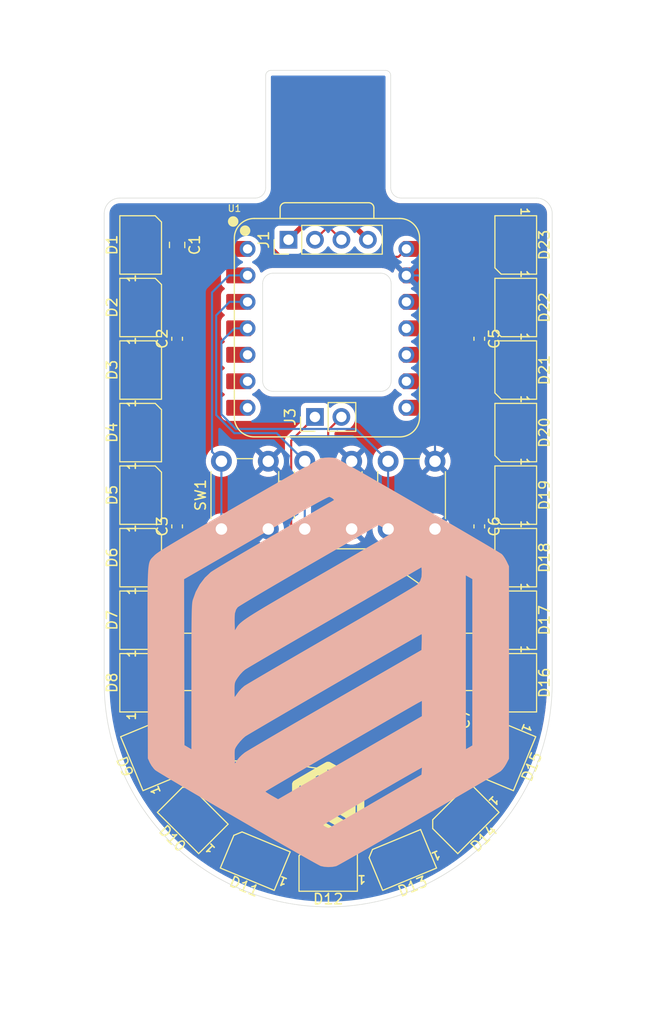
<source format=kicad_pcb>
(kicad_pcb (version 20241229) (generator "pcbnew") (generator_version "9.0")
  (layers (0 "F.Cu" signal) (2 "B.Cu" signal) (13 "F.Paste" user) (15 "B.Paste" user) (5 "F.SilkS" user "F.Silkscreen") (7 "B.SilkS" user "B.Silkscreen") (1 "F.Mask" user) (3 "B.Mask" user) (25 "Edge.Cuts" user))
  (net 0 "")
  (net 1 "+5V")
  (net 2 "Net-(D1-DOUT)")
  (net 3 "LED")
  (net 4 "GND")
  (net 5 "Net-(D2-DOUT)")
  (net 6 "Net-(D3-DOUT)")
  (net 7 "Net-(D4-DOUT)")
  (net 8 "Net-(D5-DOUT)")
  (net 9 "Net-(D6-DOUT)")
  (net 10 "Net-(D7-DOUT)")
  (net 11 "Net-(D8-DOUT)")
  (net 12 "Net-(D10-DIN)")
  (net 13 "Net-(D10-DOUT)")
  (net 14 "Net-(D11-DOUT)")
  (net 15 "Net-(D12-DOUT)")
  (net 16 "Net-(D13-DOUT)")
  (net 17 "Net-(D14-DOUT)")
  (net 18 "Net-(J1-Pin_2)")
  (net 19 "Net-(J1-Pin_3)")
  (net 20 "Net-(J1-Pin_4)")
  (net 21 "Net-(J1-Pin_1)")
  (net 22 "B1")
  (net 23 "B2")
  (net 24 "B3")
  (net 41 "Net-(BT1-+)")
  (net 42 "Net-(BT1--)")
  (net 43 "Net-(D15-DOUT)")
  (net 44 "Net-(D16-DOUT)")
  (net 46 "Net-(D17-DOUT)")
  (net 47 "Net-(D18-DOUT)")
  (net 48 "Net-(D19-DOUT)")
  (net 49 "Net-(D20-DOUT)")
  (net 50 "Net-(D21-DOUT)")
  (net 51 "Net-(D22-DOUT)")
  (footprint "Connector_PinHeader_2.54mm:PinHeader_1x04_P2.54mm_Vertical" (layer "F.Cu") (at 41.315 78.5 90)
    (property "Reference" "J1" (at 0 -2.38 90) (layer "F.SilkS"))
    (property "Value" "Conn_01x04_MountingPin")
    (pad "1" thru_hole rect (at 0 0 90) (size 1.7 1.7) (drill 1) (layers "*.Cu" "*.Mask") (net 21 "Net-(J1-Pin_1)"))
    (pad "2" thru_hole circle (at 0 2.54 90) (size 1.7 1.7) (drill 1) (layers "*.Cu" "*.Mask") (net 18 "Net-(J1-Pin_2)"))
    (pad "3" thru_hole circle (at 0.000001 5.08 90) (size 1.7 1.7) (drill 1) (layers "*.Cu" "*.Mask") (net 19 "Net-(J1-Pin_3)"))
    (pad "4" thru_hole circle (at 0 7.62 90) (size 1.7 1.7) (drill 1) (layers "*.Cu" "*.Mask") (net 20 "Net-(J1-Pin_4)"))
  )
  (footprint "custom:usb-PCB" (layer "F.Cu") (at 45.125 62.175 180)
    (property "Reference" "J2" (hide yes))
    (property "Value" "USB_A" (hide yes))
    (pad "1" connect rect (at 3.81 -4.9 180) (size 1.9 8) (layers "F.Cu" "F.Mask") (net 21 "Net-(J1-Pin_1)"))
    (pad "2" connect rect (at 1.3 -5.15 180) (size 2 7.5) (layers "F.Cu" "F.Mask") (net 18 "Net-(J1-Pin_2)"))
    (pad "3" connect rect (at -1.3 -5.15 180) (size 2 7.5) (layers "F.Cu" "F.Mask") (net 19 "Net-(J1-Pin_3)"))
    (pad "4" connect rect (at -3.810001 -4.899999 180) (size 1.9 8) (layers "F.Cu" "F.Mask") (net 20 "Net-(J1-Pin_4)"))
  )
  (footprint "LED_SMD:LED_SK6812MINI_PLCC4_3.5x3.5mm_P1.75mm" (layer "F.Cu") (at 27.125 121 90)
    (property "Reference" "D8" (at 0.000001 -2.75 90) (layer "F.SilkS"))
    (property "Value" "SK6812MINI")
    (fp_text user "1" (at -3.200001 -0.875 90) (layer "F.SilkS") (effects (font (size 0.8 0.8))))
    (pad "1" smd rect (at -1.75 -0.875 90) (size 1.6 0.85) (layers "F.Cu" "F.Mask" "F.Paste") (net 11 "Net-(D8-DOUT)"))
    (pad "2" smd rect (at -1.750001 0.875001 90) (size 1.6 0.85) (layers "F.Cu" "F.Mask" "F.Paste") (net 4 "GND"))
    (pad "3" smd rect (at 1.75 0.875 90) (size 1.6 0.85) (layers "F.Cu" "F.Mask" "F.Paste") (net 10 "Net-(D7-DOUT)"))
    (pad "4" smd rect (at 1.750001 -0.875001 90) (size 1.6 0.85) (layers "F.Cu" "F.Mask" "F.Paste") (net 1 "+5V"))
  )
  (footprint "LED_SMD:LED_SK6812MINI_PLCC4_3.5x3.5mm_P1.75mm" (layer "F.Cu") (at 27.125 97 90)
    (property "Reference" "D4" (at 0.000001 -2.75 90) (layer "F.SilkS"))
    (property "Value" "SK6812MINI")
    (fp_text user "1" (at -3.200001 -0.875 90) (layer "F.SilkS") (effects (font (size 0.8 0.8))))
    (pad "1" smd rect (at -1.75 -0.875 90) (size 1.6 0.85) (layers "F.Cu" "F.Mask" "F.Paste") (net 7 "Net-(D4-DOUT)"))
    (pad "2" smd rect (at -1.750001 0.875001 90) (size 1.6 0.85) (layers "F.Cu" "F.Mask" "F.Paste") (net 4 "GND"))
    (pad "3" smd rect (at 1.75 0.875 90) (size 1.6 0.85) (layers "F.Cu" "F.Mask" "F.Paste") (net 6 "Net-(D3-DOUT)"))
    (pad "4" smd rect (at 1.750001 -0.875001 90) (size 1.6 0.85) (layers "F.Cu" "F.Mask" "F.Paste") (net 1 "+5V"))
  )
  (footprint "LED_SMD:LED_SK6812MINI_PLCC4_3.5x3.5mm_P1.75mm" (layer "F.Cu") (at 63.125 103 -90)
    (property "Reference" "D19" (at 0.000001 -2.75 90) (layer "F.SilkS"))
    (property "Value" "SK6812MINI")
    (fp_text user "1" (at -3.2 -0.874998 270) (layer "F.SilkS") (effects (font (size 0.8 0.8))))
    (pad "1" smd rect (at -1.75 -0.875 270) (size 1.6 0.85) (layers "F.Cu" "F.Mask" "F.Paste") (net 48 "Net-(D19-DOUT)"))
    (pad "2" smd rect (at -1.750002 0.875 270) (size 1.6 0.85) (layers "F.Cu" "F.Mask" "F.Paste") (net 4 "GND"))
    (pad "3" smd rect (at 1.75 0.875 270) (size 1.6 0.85) (layers "F.Cu" "F.Mask" "F.Paste") (net 47 "Net-(D18-DOUT)"))
    (pad "4" smd rect (at 1.750002 -0.875 270) (size 1.6 0.85) (layers "F.Cu" "F.Mask" "F.Paste") (net 1 "+5V"))
  )
  (footprint "LED_SMD:LED_SK6812MINI_PLCC4_3.5x3.5mm_P1.75mm" (layer "F.Cu") (at 27.125 79 90)
    (property "Reference" "D1" (at 0.000001 -2.75 90) (layer "F.SilkS"))
    (property "Value" "SK6812MINI")
    (fp_text user "1" (at -3.200001 -0.875 90) (layer "F.SilkS") (effects (font (size 0.8 0.8))))
    (pad "1" smd rect (at -1.75 -0.875 90) (size 1.6 0.85) (layers "F.Cu" "F.Mask" "F.Paste") (net 2 "Net-(D1-DOUT)"))
    (pad "2" smd rect (at -1.750001 0.875001 90) (size 1.6 0.85) (layers "F.Cu" "F.Mask" "F.Paste") (net 4 "GND"))
    (pad "3" smd rect (at 1.75 0.875 90) (size 1.6 0.85) (layers "F.Cu" "F.Mask" "F.Paste") (net 3 "LED"))
    (pad "4" smd rect (at 1.750001 -0.875001 90) (size 1.6 0.85) (layers "F.Cu" "F.Mask" "F.Paste") (net 1 "+5V"))
  )
  (footprint "LED_SMD:LED_SK6812MINI_PLCC4_3.5x3.5mm_P1.75mm" (layer "F.Cu") (at 63.125 97 -90)
    (property "Reference" "D20" (at 0.000001 -2.75 90) (layer "F.SilkS"))
    (property "Value" "SK6812MINI")
    (fp_text user "1" (at -3.2 -0.874998 270) (layer "F.SilkS") (effects (font (size 0.8 0.8))))
    (pad "1" smd rect (at -1.75 -0.875 270) (size 1.6 0.85) (layers "F.Cu" "F.Mask" "F.Paste") (net 49 "Net-(D20-DOUT)"))
    (pad "2" smd rect (at -1.750002 0.875 270) (size 1.6 0.85) (layers "F.Cu" "F.Mask" "F.Paste") (net 4 "GND"))
    (pad "3" smd rect (at 1.75 0.875 270) (size 1.6 0.85) (layers "F.Cu" "F.Mask" "F.Paste") (net 48 "Net-(D19-DOUT)"))
    (pad "4" smd rect (at 1.750002 -0.875 270) (size 1.6 0.85) (layers "F.Cu" "F.Mask" "F.Paste") (net 1 "+5V"))
  )
  (footprint "LED_SMD:LED_SK6812MINI_PLCC4_3.5x3.5mm_P1.75mm" (layer "F.Cu") (at 63.125 121 -90)
    (property "Reference" "D16" (at 0.000001 -2.75 90) (layer "F.SilkS"))
    (property "Value" "SK6812MINI")
    (fp_text user "1" (at -3.2 -0.874998 270) (layer "F.SilkS") (effects (font (size 0.8 0.8))))
    (pad "1" smd rect (at -1.75 -0.875 270) (size 1.6 0.85) (layers "F.Cu" "F.Mask" "F.Paste") (net 44 "Net-(D16-DOUT)"))
    (pad "2" smd rect (at -1.750002 0.875 270) (size 1.6 0.85) (layers "F.Cu" "F.Mask" "F.Paste") (net 4 "GND"))
    (pad "3" smd rect (at 1.75 0.875 270) (size 1.6 0.85) (layers "F.Cu" "F.Mask" "F.Paste") (net 43 "Net-(D15-DOUT)"))
    (pad "4" smd rect (at 1.750002 -0.875 270) (size 1.6 0.85) (layers "F.Cu" "F.Mask" "F.Paste") (net 1 "+5V"))
  )
  (footprint "custom:person20020-logo-8mm" (layer "F.Cu") (at 45.125 132.5)
    (property "Reference" "G***" (hide yes))
    (property "Value" "LOGO" (hide yes))
  )
  (footprint "Capacitor_SMD:C_0603_1608Metric_Pad1.08x0.95mm_HandSolder" (layer "F.Cu") (at 59.625 106 -90)
    (property "Reference" "C6" (at 0 -1.43 90) (layer "F.SilkS"))
    (property "Value" "4.7nF")
    (pad "1" smd roundrect (at -0.8625 -0.000001 270) (size 1.075 0.95) (layers "F.Cu" "F.Mask" "F.Paste") (net 1 "+5V"))
    (pad "2" smd roundrect (at 0.8625 0.000001 270) (size 1.075 0.95) (layers "F.Cu" "F.Mask" "F.Paste") (net 4 "GND"))
  )
  (footprint "Capacitor_SMD:C_0603_1608Metric_Pad1.08x0.95mm_HandSolder" (layer "F.Cu") (at 59.625 124.5 90)
    (property "Reference" "C7" (at 0 -1.43 90) (layer "F.SilkS"))
    (property "Value" "4.7nF")
    (pad "1" smd roundrect (at -0.8625 -0.000001 90) (size 1.075 0.95) (layers "F.Cu" "F.Mask" "F.Paste") (net 1 "+5V"))
    (pad "2" smd roundrect (at 0.8625 0.000001 90) (size 1.075 0.95) (layers "F.Cu" "F.Mask" "F.Paste") (net 4 "GND"))
  )
  (footprint "Capacitor_SMD:C_0603_1608Metric_Pad1.08x0.95mm_HandSolder" (layer "F.Cu") (at 59.625 88 -90)
    (property "Reference" "C5" (at 0 -1.43 90) (layer "F.SilkS"))
    (property "Value" "4.7nF")
    (pad "1" smd roundrect (at -0.8625 -0.000001 270) (size 1.075 0.95) (layers "F.Cu" "F.Mask" "F.Paste") (net 1 "+5V"))
    (pad "2" smd roundrect (at 0.8625 0.000001 270) (size 1.075 0.95) (layers "F.Cu" "F.Mask" "F.Paste") (net 4 "GND"))
  )
  (footprint "Capacitor_SMD:C_0603_1608Metric_Pad1.08x0.95mm_HandSolder" (layer "F.Cu") (at 30.625 106 90)
    (property "Reference" "C3" (at 0 -1.43 90) (layer "F.SilkS"))
    (property "Value" "4.7nF")
    (pad "1" smd roundrect (at -0.8625 0 90) (size 1.075 0.95) (layers "F.Cu" "F.Mask" "F.Paste") (net 1 "+5V"))
    (pad "2" smd roundrect (at 0.8625 0 90) (size 1.075 0.95) (layers "F.Cu" "F.Mask" "F.Paste") (net 4 "GND"))
  )
  (footprint "LED_SMD:LED_SK6812MINI_PLCC4_3.5x3.5mm_P1.75mm" (layer "F.Cu") (at 58.125 134 -135)
    (property "Reference" "D14" (at 0.000001 -2.75 45) (layer "F.SilkS"))
    (property "Value" "SK6812MINI")
    (fp_text user "1" (at -3.2 -0.874998 225) (layer "F.SilkS") (effects (font (size 0.8 0.8))))
    (pad "1" smd rect (at -1.749999 -0.875 225) (size 1.6 0.85) (layers "F.Cu" "F.Mask" "F.Paste") (net 17 "Net-(D14-DOUT)"))
    (pad "2" smd rect (at -1.750002 0.875 225) (size 1.6 0.85) (layers "F.Cu" "F.Mask" "F.Paste") (net 4 "GND"))
    (pad "3" smd rect (at 1.749999 0.875 225) (size 1.6 0.85) (layers "F.Cu" "F.Mask" "F.Paste") (net 16 "Net-(D13-DOUT)"))
    (pad "4" smd rect (at 1.750002 -0.875 225) (size 1.6 0.85) (layers "F.Cu" "F.Mask" "F.Paste") (net 1 "+5V"))
  )
  (footprint "LED_SMD:LED_SK6812MINI_PLCC4_3.5x3.5mm_P1.75mm" (layer "F.Cu") (at 38.125 138 157.5)
    (property "Reference" "D11" (at 0.000001 -2.75 157.5) (layer "F.SilkS"))
    (property "Value" "SK6812MINI")
    (fp_text user "1" (at -3.2 -0.874999 157.5) (layer "F.SilkS") (effects (font (size 0.8 0.8))))
    (pad "1" smd rect (at -1.75 -0.875 157.5) (size 1.6 0.85) (layers "F.Cu" "F.Mask" "F.Paste") (net 14 "Net-(D11-DOUT)"))
    (pad "2" smd rect (at -1.750002 0.875001 157.5) (size 1.6 0.85) (layers "F.Cu" "F.Mask" "F.Paste") (net 4 "GND"))
    (pad "3" smd rect (at 1.75 0.875 157.5) (size 1.6 0.85) (layers "F.Cu" "F.Mask" "F.Paste") (net 13 "Net-(D10-DOUT)"))
    (pad "4" smd rect (at 1.750002 -0.875001 157.5) (size 1.6 0.85) (layers "F.Cu" "F.Mask" "F.Paste") (net 1 "+5V"))
  )
  (footprint "LED_SMD:LED_SK6812MINI_PLCC4_3.5x3.5mm_P1.75mm" (layer "F.Cu") (at 27.125 91 90)
    (property "Reference" "D3" (at 0.000001 -2.75 90) (layer "F.SilkS"))
    (property "Value" "SK6812MINI")
    (fp_text user "1" (at -3.200001 -0.875 90) (layer "F.SilkS") (effects (font (size 0.8 0.8))))
    (pad "1" smd rect (at -1.75 -0.875 90) (size 1.6 0.85) (layers "F.Cu" "F.Mask" "F.Paste") (net 6 "Net-(D3-DOUT)"))
    (pad "2" smd rect (at -1.750001 0.875001 90) (size 1.6 0.85) (layers "F.Cu" "F.Mask" "F.Paste") (net 4 "GND"))
    (pad "3" smd rect (at 1.75 0.875 90) (size 1.6 0.85) (layers "F.Cu" "F.Mask" "F.Paste") (net 5 "Net-(D2-DOUT)"))
    (pad "4" smd rect (at 1.750001 -0.875001 90) (size 1.6 0.85) (layers "F.Cu" "F.Mask" "F.Paste") (net 1 "+5V"))
  )
  (footprint "LED_SMD:LED_SK6812MINI_PLCC4_3.5x3.5mm_P1.75mm" (layer "F.Cu") (at 52.173363 138 -157.5)
    (property "Reference" "D13" (at 0.000001 -2.75 22.5) (layer "F.SilkS"))
    (property "Value" "SK6812MINI")
    (fp_text user "1" (at -3.2 -0.874999 202.5) (layer "F.SilkS") (effects (font (size 0.8 0.8))))
    (pad "1" smd rect (at -1.75 -0.875 202.5) (size 1.6 0.85) (layers "F.Cu" "F.Mask" "F.Paste") (net 16 "Net-(D13-DOUT)"))
    (pad "2" smd rect (at -1.750002 0.875001 202.5) (size 1.6 0.85) (layers "F.Cu" "F.Mask" "F.Paste") (net 4 "GND"))
    (pad "3" smd rect (at 1.75 0.875 202.5) (size 1.6 0.85) (layers "F.Cu" "F.Mask" "F.Paste") (net 15 "Net-(D12-DOUT)"))
    (pad "4" smd rect (at 1.750002 -0.875001 202.5) (size 1.6 0.85) (layers "F.Cu" "F.Mask" "F.Paste") (net 1 "+5V"))
  )
  (footprint "Capacitor_SMD:C_0603_1608Metric_Pad1.08x0.95mm_HandSolder" (layer "F.Cu") (at 30.625 124.5 90)
    (property "Reference" "C4" (at 0 -1.43 90) (layer "F.SilkS"))
    (property "Value" "4.7nF")
    (pad "1" smd roundrect (at -0.8625 0 90) (size 1.075 0.95) (layers "F.Cu" "F.Mask" "F.Paste") (net 1 "+5V"))
    (pad "2" smd roundrect (at 0.8625 0 90) (size 1.075 0.95) (layers "F.Cu" "F.Mask" "F.Paste") (net 4 "GND"))
  )
  (footprint "Capacitor_SMD:C_0805_2012Metric_Pad1.18x1.45mm_HandSolder" (layer "F.Cu") (at 30.625 79 -90)
    (property "Reference" "C1" (at 0 -1.68 90) (layer "F.SilkS"))
    (property "Value" "100uF")
    (pad "1" smd roundrect (at -1.0375 0 270) (size 1.175 1.45) (layers "F.Cu" "F.Mask" "F.Paste") (roundrect_rratio 0.212766) (net 1 "+5V"))
    (pad "2" smd roundrect (at 1.0375 0 270) (size 1.175 1.45) (layers "F.Cu" "F.Mask" "F.Paste") (roundrect_rratio 0.212766) (net 4 "GND"))
  )
  (footprint "Capacitor_SMD:C_0603_1608Metric_Pad1.08x0.95mm_HandSolder" (layer "F.Cu") (at 30.625 88 90)
    (property "Reference" "C2" (at 0 -1.43 90) (layer "F.SilkS"))
    (property "Value" "4.7nF")
    (pad "1" smd roundrect (at -0.8625 0 90) (size 1.075 0.95) (layers "F.Cu" "F.Mask" "F.Paste") (net 1 "+5V"))
    (pad "2" smd roundrect (at 0.8625 0 90) (size 1.075 0.95) (layers "F.Cu" "F.Mask" "F.Paste") (net 4 "GND"))
  )
  (footprint "LED_SMD:LED_SK6812MINI_PLCC4_3.5x3.5mm_P1.75mm" (layer "F.Cu") (at 63.125 109 -90)
    (property "Reference" "D18" (at 0.000001 -2.75 90) (layer "F.SilkS"))
    (property "Value" "SK6812MINI")
    (fp_text user "1" (at -3.2 -0.874998 270) (layer "F.SilkS") (effects (font (size 0.8 0.8))))
    (pad "1" smd rect (at -1.75 -0.875 270) (size 1.6 0.85) (layers "F.Cu" "F.Mask" "F.Paste") (net 47 "Net-(D18-DOUT)"))
    (pad "2" smd rect (at -1.750002 0.875 270) (size 1.6 0.85) (layers "F.Cu" "F.Mask" "F.Paste") (net 4 "GND"))
    (pad "3" smd rect (at 1.75 0.875 270) (size 1.6 0.85) (layers "F.Cu" "F.Mask" "F.Paste") (net 46 "Net-(D17-DOUT)"))
    (pad "4" smd rect (at 1.750002 -0.875 270) (size 1.6 0.85) (layers "F.Cu" "F.Mask" "F.Paste") (net 1 "+5V"))
  )
  (footprint "LED_SMD:LED_SK6812MINI_PLCC4_3.5x3.5mm_P1.75mm" (layer "F.Cu") (at 27.125 103 90)
    (property "Reference" "D5" (at 0.000001 -2.75 90) (layer "F.SilkS"))
    (property "Value" "SK6812MINI")
    (fp_text user "1" (at -3.200001 -0.875 90) (layer "F.SilkS") (effects (font (size 0.8 0.8))))
    (pad "1" smd rect (at -1.75 -0.875 90) (size 1.6 0.85) (layers "F.Cu" "F.Mask" "F.Paste") (net 8 "Net-(D5-DOUT)"))
    (pad "2" smd rect (at -1.750001 0.875001 90) (size 1.6 0.85) (layers "F.Cu" "F.Mask" "F.Paste") (net 4 "GND"))
    (pad "3" smd rect (at 1.75 0.875 90) (size 1.6 0.85) (layers "F.Cu" "F.Mask" "F.Paste") (net 7 "Net-(D4-DOUT)"))
    (pad "4" smd rect (at 1.750001 -0.875001 90) (size 1.6 0.85) (layers "F.Cu" "F.Mask" "F.Paste") (net 1 "+5V"))
  )
  (footprint "LED_SMD:LED_SK6812MINI_PLCC4_3.5x3.5mm_P1.75mm" (layer "F.Cu") (at 27.125 85 90)
    (property "Reference" "D2" (at 0.000001 -2.75 90) (layer "F.SilkS"))
    (property "Value" "SK6812MINI")
    (fp_text user "1" (at -3.200001 -0.875 90) (layer "F.SilkS") (effects (font (size 0.8 0.8))))
    (pad "1" smd rect (at -1.75 -0.875 90) (size 1.6 0.85) (layers "F.Cu" "F.Mask" "F.Paste") (net 5 "Net-(D2-DOUT)"))
    (pad "2" smd rect (at -1.750001 0.875001 90) (size 1.6 0.85) (layers "F.Cu" "F.Mask" "F.Paste") (net 4 "GND"))
    (pad "3" smd rect (at 1.75 0.875 90) (size 1.6 0.85) (layers "F.Cu" "F.Mask" "F.Paste") (net 2 "Net-(D1-DOUT)"))
    (pad "4" smd rect (at 1.750001 -0.875001 90) (size 1.6 0.85) (layers "F.Cu" "F.Mask" "F.Paste") (net 1 "+5V"))
  )
  (footprint "Seeed_Studio_XIAO_Series:XIAO-ESP32C3-DIP" (layer "F.Cu") (at 45.125 87)
    (property "Reference" "U1" (at -9 -11.5 0) (layer "F.SilkS") (effects (font (size 0.635 0.635) (thickness 0.1016))))
    (property "Value" "XIAO-ESP32-C3-DIP")
    (pad "1" smd roundrect (at -8.575 -7.62 180) (size 2.432 1.524) (layers "F.Cu" "F.Mask") (roundrect_rratio 0.1) (net 3 "LED"))
    (pad "1" thru_hole circle (at -7.74 -7.62 180) (size 1.524 1.524) (drill 0.889) (layers "*.Cu" "*.Mask") (net 3 "LED"))
    (pad "2" smd roundrect (at -8.575 -5.08 180) (size 2.432 1.524) (layers "F.Cu" "F.Mask") (roundrect_rratio 0.1) (net 22 "B1"))
    (pad "2" thru_hole circle (at -7.74 -5.08 180) (size 1.524 1.524) (drill 0.889) (layers "*.Cu" "*.Mask") (net 22 "B1"))
    (pad "3" smd roundrect (at -8.575 -2.54 180) (size 2.432 1.524) (layers "F.Cu" "F.Mask") (roundrect_rratio 0.1) (net 23 "B2"))
    (pad "3" thru_hole circle (at -7.74 -2.54 180) (size 1.524 1.524) (drill 0.889) (layers "*.Cu" "*.Mask") (net 23 "B2"))
    (pad "4" smd roundrect (at -8.575 0 180) (size 2.432 1.524) (layers "F.Cu" "F.Mask") (roundrect_rratio 0.1) (net 24 "B3"))
    (pad "4" thru_hole circle (at -7.74 0 180) (size 1.524 1.524) (drill 0.889) (layers "*.Cu" "*.Mask") (net 24 "B3"))
    (pad "5" smd roundrect (at -8.575 2.54 180) (size 2.432 1.524) (layers "F.Cu" "F.Mask") (roundrect_rratio 0.1))
    (pad "5" thru_hole circle (at -7.74 2.54 180) (size 1.524 1.524) (drill 0.889) (layers "*.Cu" "*.Mask"))
    (pad "6" smd roundrect (at -8.575 5.08 180) (size 2.432 1.524) (layers "F.Cu" "F.Mask") (roundrect_rratio 0.1))
    (pad "6" thru_hole circle (at -7.74 5.08 180) (size 1.524 1.524) (drill 0.889) (layers "*.Cu" "*.Mask"))
    (pad "7" smd roundrect (at -8.575 7.62 180) (size 2.432 1.524) (layers "F.Cu" "F.Mask") (roundrect_rratio 0.1))
    (pad "7" thru_hole circle (at -7.74 7.62 180) (size 1.524 1.524) (drill 0.889) (layers "*.Cu" "*.Mask"))
    (pad "8" thru_hole circle (at 7.5 7.62) (size 1.524 1.524) (drill 0.889) (layers "*.Cu" "*.Mask"))
    (pad "8" smd roundrect (at 8.335 7.62) (size 2.432 1.524) (layers "F.Cu" "F.Mask") (roundrect_rratio 0.1))
    (pad "9" thru_hole circle (at 7.5 5.08) (size 1.524 1.524) (drill 0.889) (layers "*.Cu" "*.Mask"))
    (pad "9" smd roundrect (at 8.335 5.08) (size 2.432 1.524) (layers "F.Cu" "F.Mask") (roundrect_rratio 0.1))
    (pad "10" thru_hole circle (at 7.5 2.54) (size 1.524 1.524) (drill 0.889) (layers "*.Cu" "*.Mask"))
    (pad "10" smd roundrect (at 8.335 2.54) (size 2.432 1.524) (layers "F.Cu" "F.Mask") (roundrect_rratio 0.1))
    (pad "11" thru_hole circle (at 7.5 0) (size 1.524 1.524) (drill 0.889) (layers "*.Cu" "*.Mask"))
    (pad "11" smd roundrect (at 8.335 0) (size 2.432 1.524) (layers "F.Cu" "F.Mask") (roundrect_rratio 0.1))
    (pad "12" thru_hole circle (at 7.5 -2.54) (size 1.524 1.524) (drill 0.889) (layers "*.Cu" "*.Mask"))
    (pad "12" smd roundrect (at 8.335 -2.54) (size 2.432 1.524) (layers "F.Cu" "F.Mask") (roundrect_rratio 0.1))
    (pad "13" thru_hole circle (at 7.5 -5.08) (size 1.524 1.524) (drill 0.889) (layers "*.Cu" "*.Mask") (net 4 "GND"))
    (pad "13" smd roundrect (at 8.335 -5.08) (size 2.432 1.524) (layers "F.Cu" "F.Mask") (roundrect_rratio 0.1) (net 4 "GND"))
    (pad "14" thru_hole circle (at 7.5 -7.62) (size 1.524 1.524) (drill 0.889) (layers "*.Cu" "*.Mask") (net 1 "+5V"))
    (pad "14" smd roundrect (at 8.335 -7.62) (size 2.432 1.524) (layers "F.Cu" "F.Mask") (roundrect_rratio 0.1) (net 1 "+5V"))
  )
  (footprint "Button_Switch_THT:SW_PUSH_6mm" (layer "F.Cu") (at 50.875 106.25 90)
    (property "Reference" "SW3" (at 3.250001 -2 90) (layer "F.SilkS"))
    (property "Value" "SW_Push")
    (pad "1" thru_hole circle (at 0 0 180) (size 2 2) (drill 1.1) (layers "*.Cu" "*.Mask") (net 24 "B3"))
    (pad "1" thru_hole circle (at 6.5 0 180) (size 2 2) (drill 1.1) (layers "*.Cu" "*.Mask") (net 24 "B3"))
    (pad "2" thru_hole circle (at 0 4.5 180) (size 2 2) (drill 1.1) (layers "*.Cu" "*.Mask") (net 4 "GND"))
    (pad "2" thru_hole circle (at 6.499999 4.5 180) (size 2 2) (drill 1.1) (layers "*.Cu" "*.Mask") (net 4 "GND"))
  )
  (footprint "LED_SMD:LED_SK6812MINI_PLCC4_3.5x3.5mm_P1.75mm" (layer "F.Cu") (at 62.125 128 -112.5)
    (property "Reference" "D15" (at 0.000001 -2.75 67.5) (layer "F.SilkS"))
    (property "Value" "SK6812MINI")
    (fp_text user "1" (at -3.2 -0.874998 247.5) (layer "F.SilkS") (effects (font (size 0.8 0.8))))
    (pad "1" smd rect (at -1.75 -0.875 247.5) (size 1.6 0.85) (layers "F.Cu" "F.Mask" "F.Paste") (net 43 "Net-(D15-DOUT)"))
    (pad "2" smd rect (at -1.750002 0.875 247.5) (size 1.6 0.85) (layers "F.Cu" "F.Mask" "F.Paste") (net 4 "GND"))
    (pad "3" smd rect (at 1.75 0.875 247.5) (size 1.6 0.85) (layers "F.Cu" "F.Mask" "F.Paste") (net 17 "Net-(D14-DOUT)"))
    (pad "4" smd rect (at 1.750002 -0.875 247.5) (size 1.6 0.85) (layers "F.Cu" "F.Mask" "F.Paste") (net 1 "+5V"))
  )
  (footprint "LED_SMD:LED_SK6812MINI_PLCC4_3.5x3.5mm_P1.75mm" (layer "F.Cu") (at 27.125 115 90)
    (property "Reference" "D7" (at 0.000001 -2.75 90) (layer "F.SilkS"))
    (property "Value" "SK6812MINI")
    (fp_text user "1" (at -3.200001 -0.875 90) (layer "F.SilkS") (effects (font (size 0.8 0.8))))
    (pad "1" smd rect (at -1.75 -0.875 90) (size 1.6 0.85) (layers "F.Cu" "F.Mask" "F.Paste") (net 10 "Net-(D7-DOUT)"))
    (pad "2" smd rect (at -1.750001 0.875001 90) (size 1.6 0.85) (layers "F.Cu" "F.Mask" "F.Paste") (net 4 "GND"))
    (pad "3" smd rect (at 1.75 0.875 90) (size 1.6 0.85) (layers "F.Cu" "F.Mask" "F.Paste") (net 9 "Net-(D6-DOUT)"))
    (pad "4" smd rect (at 1.750001 -0.875001 90) (size 1.6 0.85) (layers "F.Cu" "F.Mask" "F.Paste") (net 1 "+5V"))
  )
  (footprint "LED_SMD:LED_SK6812MINI_PLCC4_3.5x3.5mm_P1.75mm" (layer "F.Cu") (at 63.125 85 -90)
    (property "Reference" "D22" (at 0.000001 -2.75 90) (layer "F.SilkS"))
    (property "Value" "SK6812MINI")
    (fp_text user "1" (at -3.2 -0.874998 270) (layer "F.SilkS") (effects (font (size 0.8 0.8))))
    (pad "1" smd rect (at -1.75 -0.875 270) (size 1.6 0.85) (layers "F.Cu" "F.Mask" "F.Paste") (net 51 "Net-(D22-DOUT)"))
    (pad "2" smd rect (at -1.750002 0.875 270) (size 1.6 0.85) (layers "F.Cu" "F.Mask" "F.Paste") (net 4 "GND"))
    (pad "3" smd rect (at 1.75 0.875 270) (size 1.6 0.85) (layers "F.Cu" "F.Mask" "F.Paste") (net 50 "Net-(D21-DOUT)"))
    (pad "4" smd rect (at 1.750002 -0.875 270) (size 1.6 0.85) (layers "F.Cu" "F.Mask" "F.Paste") (net 1 "+5V"))
  )
  (footprint "LED_SMD:LED_SK6812MINI_PLCC4_3.5x3.5mm_P1.75mm" (layer "F.Cu") (at 32.125 134 135)
    (property "Reference" "D10" (at 0.000001 -2.75 135) (layer "F.SilkS"))
    (property "Value" "SK6812MINI")
    (fp_text user "1" (at -3.2 -0.874999 135) (layer "F.SilkS") (effects (font (size 0.8 0.8))))
    (pad "1" smd rect (at -1.749999 -0.875 135) (size 1.6 0.85) (layers "F.Cu" "F.Mask" "F.Paste") (net 13 "Net-(D10-DOUT)"))
    (pad "2" smd rect (at -1.750002 0.875001 135) (size 1.6 0.85) (layers "F.Cu" "F.Mask" "F.Paste") (net 4 "GND"))
    (pad "3" smd rect (at 1.749999 0.875 135) (size 1.6 0.85) (layers "F.Cu" "F.Mask" "F.Paste") (net 12 "Net-(D10-DIN)"))
    (pad "4" smd rect (at 1.750002 -0.875001 135) (size 1.6 0.85) (layers "F.Cu" "F.Mask" "F.Paste") (net 1 "+5V"))
  )
  (footprint "Button_Switch_THT:SW_PUSH_6mm" (layer "F.Cu") (at 34.875 106.25 90)
    (property "Reference" "SW1" (at 3.250001 -2 90) (layer "F.SilkS"))
    (property "Value" "SW_Push")
    (pad "1" thru_hole circle (at 0 0 180) (size 2 2) (drill 1.1) (layers "*.Cu" "*.Mask") (net 22 "B1"))
    (pad "1" thru_hole circle (at 6.5 0 180) (size 2 2) (drill 1.1) (layers "*.Cu" "*.Mask") (net 22 "B1"))
    (pad "2" thru_hole circle (at 0 4.5 180) (size 2 2) (drill 1.1) (layers "*.Cu" "*.Mask") (net 4 "GND"))
    (pad "2" thru_hole circle (at 6.499999 4.5 180) (size 2 2) (drill 1.1) (layers "*.Cu" "*.Mask") (net 4 "GND"))
  )
  (footprint "LED_SMD:LED_SK6812MINI_PLCC4_3.5x3.5mm_P1.75mm" (layer "F.Cu") (at 45.125 139 180)
    (property "Reference" "D12" (at 0.000001 -2.75 0) (layer "F.SilkS"))
    (property "Value" "SK6812MINI")
    (fp_text user "1" (at -3.2 -0.874999 180) (layer "F.SilkS") (effects (font (size 0.8 0.8))))
    (pad "1" smd rect (at -1.75 -0.875 180) (size 1.6 0.85) (layers "F.Cu" "F.Mask" "F.Paste") (net 15 "Net-(D12-DOUT)"))
    (pad "2" smd rect (at -1.750002 0.875001 180) (size 1.6 0.85) (layers "F.Cu" "F.Mask" "F.Paste") (net 4 "GND"))
    (pad "3" smd rect (at 1.75 0.875 180) (size 1.6 0.85) (layers "F.Cu" "F.Mask" "F.Paste") (net 14 "Net-(D11-DOUT)"))
    (pad "4" smd rect (at 1.750002 -0.875001 180) (size 1.6 0.85) (layers "F.Cu" "F.Mask" "F.Paste") (net 1 "+5V"))
  )
  (footprint "LED_SMD:LED_SK6812MINI_PLCC4_3.5x3.5mm_P1.75mm" (layer "F.Cu") (at 63.125 115 -90)
    (property "Reference" "D17" (at 0.000001 -2.75 90) (layer "F.SilkS"))
    (property "Value" "SK6812MINI")
    (fp_text user "1" (at -3.2 -0.874998 270) (layer "F.SilkS") (effects (font (size 0.8 0.8))))
    (pad "1" smd rect (at -1.75 -0.875 270) (size 1.6 0.85) (layers "F.Cu" "F.Mask" "F.Paste") (net 46 "Net-(D17-DOUT)"))
    (pad "2" smd rect (at -1.750002 0.875 270) (size 1.6 0.85) (layers "F.Cu" "F.Mask" "F.Paste") (net 4 "GND"))
    (pad "3" smd rect (at 1.75 0.875 270) (size 1.6 0.85) (layers "F.Cu" "F.Mask" "F.Paste") (net 44 "Net-(D16-DOUT)"))
    (pad "4" smd rect (at 1.750002 -0.875 270) (size 1.6 0.85) (layers "F.Cu" "F.Mask" "F.Paste") (net 1 "+5V"))
  )
  (footprint "LED_SMD:LED_SK6812MINI_PLCC4_3.5x3.5mm_P1.75mm" (layer "F.Cu") (at 27.125 109 90)
    (property "Reference" "D6" (at 0.000001 -2.75 90) (layer "F.SilkS"))
    (property "Value" "SK6812MINI")
    (fp_text user "1" (at -3.200001 -0.875 90) (layer "F.SilkS") (effects (font (size 0.8 0.8))))
    (pad "1" smd rect (at -1.75 -0.875 90) (size 1.6 0.85) (layers "F.Cu" "F.Mask" "F.Paste") (net 9 "Net-(D6-DOUT)"))
    (pad "2" smd rect (at -1.750001 0.875001 90) (size 1.6 0.85) (layers "F.Cu" "F.Mask" "F.Paste") (net 4 "GND"))
    (pad "3" smd rect (at 1.75 0.875 90) (size 1.6 0.85) (layers "F.Cu" "F.Mask" "F.Paste") (net 8 "Net-(D5-DOUT)"))
    (pad "4" smd rect (at 1.750001 -0.875001 90) (size 1.6 0.85) (layers "F.Cu" "F.Mask" "F.Paste") (net 1 "+5V"))
  )
  (footprint "Button_Switch_THT:SW_PUSH_6mm" (layer "F.Cu") (at 42.875 106.25 90)
    (property "Reference" "SW2" (at 3.250001 -2 90) (layer "F.SilkS"))
    (property "Value" "SW_Push")
    (pad "1" thru_hole circle (at 0 0 180) (size 2 2) (drill 1.1) (layers "*.Cu" "*.Mask") (net 23 "B2"))
    (pad "1" thru_hole circle (at 6.5 0 180) (size 2 2) (drill 1.1) (layers "*.Cu" "*.Mask") (net 23 "B2"))
    (pad "2" thru_hole circle (at 0 4.5 180) (size 2 2) (drill 1.1) (layers "*.Cu" "*.Mask") (net 4 "GND"))
    (pad "2" thru_hole circle (at 6.499999 4.5 180) (size 2 2) (drill 1.1) (layers "*.Cu" "*.Mask") (net 4 "GND"))
  )
  (footprint "LED_SMD:LED_SK6812MINI_PLCC4_3.5x3.5mm_P1.75mm" (layer "F.Cu") (at 63.125 79 -90)
    (property "Reference" "D23" (at 0.000001 -2.75 90) (layer "F.SilkS"))
    (property "Value" "SK6812MINI")
    (fp_text user "1" (at -3.2 -0.874998 270) (layer "F.SilkS") (effects (font (size 0.8 0.8))))
    (pad "1" smd rect (at -1.75 -0.875 270) (size 1.6 0.85) (layers "F.Cu" "F.Mask" "F.Paste"))
    (pad "2" smd rect (at -1.750002 0.875 270) (size 1.6 0.85) (layers "F.Cu" "F.Mask" "F.Paste") (net 4 "GND"))
    (pad "3" smd rect (at 1.75 0.875 270) (size 1.6 0.85) (layers "F.Cu" "F.Mask" "F.Paste") (net 51 "Net-(D22-DOUT)"))
    (pad "4" smd rect (at 1.750002 -0.875 270) (size 1.6 0.85) (layers "F.Cu" "F.Mask" "F.Paste") (net 1 "+5V"))
  )
  (footprint "Connector_PinHeader_2.54mm:PinHeader_1x02_P2.54mm_Vertical" (layer "F.Cu") (at 43.85 95.500001 90)
    (property "Reference" "J3" (at 0 -2.38 90) (layer "F.SilkS"))
    (property "Value" "Conn_01x02_Pin")
    (pad "1" thru_hole rect (at 0 0 90) (size 1.7 1.7) (drill 1) (layers "*.Cu" "*.Mask") (net 41 "Net-(BT1-+)"))
    (pad "2" thru_hole circle (at 0 2.54 90) (size 1.7 1.7) (drill 1) (layers "*.Cu" "*.Mask") (net 42 "Net-(BT1--)"))
  )
  (footprint "LED_SMD:LED_SK6812MINI_PLCC4_3.5x3.5mm_P1.75mm" (layer "F.Cu") (at 28.125 128 112.5)
    (property "Reference" "D9" (at 0.000001 -2.75 112.5) (layer "F.SilkS"))
    (property "Value" "SK6812MINI")
    (fp_text user "1" (at -3.200001 -0.875 112.5) (layer "F.SilkS") (effects (font (size 0.8 0.8))))
    (pad "1" smd rect (at -1.75 -0.875 112.5) (size 1.6 0.85) (layers "F.Cu" "F.Mask" "F.Paste") (net 12 "Net-(D10-DIN)"))
    (pad "2" smd rect (at -1.750001 0.875001 112.5) (size 1.6 0.85) (layers "F.Cu" "F.Mask" "F.Paste") (net 4 "GND"))
    (pad "3" smd rect (at 1.75 0.875 112.5) (size 1.6 0.85) (layers "F.Cu" "F.Mask" "F.Paste") (net 11 "Net-(D8-DOUT)"))
    (pad "4" smd rect (at 1.750001 -0.875001 112.5) (size 1.6 0.85) (layers "F.Cu" "F.Mask" "F.Paste") (net 1 "+5V"))
  )
  (footprint "Battery:BatteryHolder_Keystone_3002_1x2032" (layer "F.Cu") (at 45.125 119 180)
    (property "Reference" "BT1" (at -9.15 9.7 0) (layer "F.SilkS"))
    (property "Value" "Battery_Cell")
    (pad "1" smd rect (at -12.8 0 180) (size 5.1 5.1) (layers "F.Cu" "F.Mask" "F.Paste") (net 41 "Net-(BT1-+)"))
    (pad "1" smd rect (at 12.8 0 180) (size 5.1 5.1) (layers "F.Cu" "F.Mask" "F.Paste") (net 41 "Net-(BT1-+)"))
    (pad "2" smd circle (at 0 0 180) (size 17.8 17.8) (layers "F.Cu" "F.Mask") (net 42 "Net-(BT1--)"))
  )
  (footprint "LED_SMD:LED_SK6812MINI_PLCC4_3.5x3.5mm_P1.75mm" (layer "F.Cu") (at 63.125 91 -90)
    (property "Reference" "D21" (at 0.000001 -2.75 90) (layer "F.SilkS"))
    (property "Value" "SK6812MINI")
    (fp_text user "1" (at -3.2 -0.874998 270) (layer "F.SilkS") (effects (font (size 0.8 0.8))))
    (pad "1" smd rect (at -1.75 -0.875 270) (size 1.6 0.85) (layers "F.Cu" "F.Mask" "F.Paste") (net 50 "Net-(D21-DOUT)"))
    (pad "2" smd rect (at -1.750002 0.875 270) (size 1.6 0.85) (layers "F.Cu" "F.Mask" "F.Paste") (net 4 "GND"))
    (pad "3" smd rect (at 1.75 0.875 270) (size 1.6 0.85) (layers "F.Cu" "F.Mask" "F.Paste") (net 49 "Net-(D20-DOUT)"))
    (pad "4" smd rect (at 1.750002 -0.875 270) (size 1.6 0.85) (layers "F.Cu" "F.Mask" "F.Paste") (net 1 "+5V"))
  )
  (footprint "custom:person20020-logo" (layer "B.Cu") (at 45.125 119 180)
    (property "Reference" "G***" (at 0 0 0) (layer "B.SilkS") (effects (font (size 1.5 1.5) (thickness 0.3)) (justify mirror)))
    (property "Value" "LOGO" (hide yes))
  )
  (gr_line (start 23.625 121) (end 23.625 76) (stroke (width 0.05)) (layer "Edge.Cuts"))
  (gr_arc (start 39.832107 93.042893) (mid 39.125 92.75) (end 38.832107 92.042893) (stroke (width 0.05)) (layer "Edge.Cuts"))
  (gr_arc (start 39.125 73.5) (mid 38.832107 74.207107) (end 38.125 74.5) (stroke (width 0.05)) (layer "Edge.Cuts"))
  (gr_line (start 50.167893 93.042893) (end 39.8321 93.042893) (stroke (width 0.05)) (layer "Edge.Cuts"))
  (gr_arc (start 66.625 121) (mid 45.125 142.5) (end 23.625 121) (stroke (width 0.05)) (layer "Edge.Cuts"))
  (gr_arc (start 23.625 76) (mid 24.06434 74.93934) (end 25.125 74.5) (stroke (width 0.05)) (layer "Edge.Cuts"))
  (gr_arc (start 38.832107 82.707107) (mid 39.125 82) (end 39.832107 81.707107) (stroke (width 0.05)) (layer "Edge.Cuts"))
  (gr_arc (start 50.625 62.25) (mid 50.978553 62.396447) (end 51.125 62.75) (stroke (width 0.05)) (layer "Edge.Cuts"))
  (gr_line (start 39.832107 81.707107) (end 50.1679 81.707107) (stroke (width 0.05)) (layer "Edge.Cuts"))
  (gr_arc (start 51.167893 92.042893) (mid 50.875 92.75) (end 50.167893 93.042893) (stroke (width 0.05)) (layer "Edge.Cuts"))
  (gr_line (start 39.625 62.25) (end 50.625 62.25) (stroke (width 0.05)) (layer "Edge.Cuts"))
  (gr_line (start 51.125 62.75) (end 51.125 73.5) (stroke (width 0.05)) (layer "Edge.Cuts"))
  (gr_arc (start 50.167893 81.707107) (mid 50.875 82) (end 51.167893 82.707107) (stroke (width 0.05)) (layer "Edge.Cuts"))
  (gr_arc (start 52.125 74.5) (mid 51.417893 74.207107) (end 51.125 73.5) (stroke (width 0.05)) (layer "Edge.Cuts"))
  (gr_arc (start 39.125 62.75) (mid 39.271447 62.396447) (end 39.625 62.25) (stroke (width 0.05)) (layer "Edge.Cuts"))
  (gr_arc (start 65.125 74.5) (mid 66.18566 74.93934) (end 66.625 76) (stroke (width 0.05)) (layer "Edge.Cuts"))
  (gr_line (start 66.625 121) (end 66.625 76) (stroke (width 0.05)) (layer "Edge.Cuts"))
  (gr_line (start 65.125 74.5) (end 52.125 74.5) (stroke (width 0.05)) (layer "Edge.Cuts"))
  (gr_line (start 51.167893 82.7071) (end 51.167893 92.0429) (stroke (width 0.05)) (layer "Edge.Cuts"))
  (gr_line (start 25.125 74.5) (end 38.125 74.5) (stroke (width 0.05)) (layer "Edge.Cuts"))
  (gr_line (start 38.832107 92.0429) (end 38.832108 82.707107) (stroke (width 0.05)) (layer "Edge.Cuts"))
  (gr_line (start 39.125 73.5) (end 39.125 62.75) (stroke (width 0.05)) (layer "Edge.Cuts"))
  (segment (start 64 122.750002) (end 65.125 121.625002) (width 0.2) (layer "F.Cu") (net 1))
  (segment (start 31.625 77.112499) (end 37.625499 77.112499) (width 0.2) (layer "F.Cu") (net 1))
  (segment (start 38.761143 140.375951) (end 39.500951 140.375951) (width 0.2) (layer "F.Cu") (net 1))
  (segment (start 64 86.750002) (end 62.898998 85.649) (width 0.2) (layer "F.Cu") (net 1))
  (segment (start 40.654999 80.141999) (end 51.863001 80.141999) (width 0.2) (layer "F.Cu") (net 1))
  (segment (start 65.125 121.625002) (end 65.125 117.875002) (width 0.2) (layer "F.Cu") (net 1))
  (segment (start 27.351 108.351) (end 29.1365 108.351) (width 0.2) (layer "F.Cu") (net 1))
  (segment (start 54.896312 138.781313) (end 54.608989 138.781313) (width 0.2) (layer "F.Cu") (net 1))
  (segment (start 25.524 125.59515) (end 26.646908 126.718058) (width 0.2) (layer "F.Cu") (net 1))
  (segment (start 57.50628 136.171345) (end 54.896312 138.781313) (width 0.2) (layer "F.Cu") (net 1))
  (segment (start 57.50628 135.856157) (end 57.50628 136.171345) (width 0.2) (layer "F.Cu") (net 1))
  (segment (start 33.850933 137.99009) (end 34.063169 138.138699) (width 0.2) (layer "F.Cu") (net 1))
  (segment (start 27.179957 127.251107) (end 29.273893 127.251107) (width 0.2) (layer "F.Cu") (net 1))
  (segment (start 29.687562 132.8) (end 30.268843 133.381281) (width 0.2) (layer "F.Cu") (net 1))
  (segment (start 64.749998 123.5) (end 64 122.750002) (width 0.2) (layer "F.Cu") (net 1))
  (segment (start 26.646908 126.718058) (end 27.179957 127.251107) (width 0.2) (layer "F.Cu") (net 1))
  (segment (start 25.524 101.975998) (end 25.524 106.524) (width 0.2) (layer "F.Cu") (net 1))
  (segment (start 25.524 83.975998) (end 25.524 88.524) (width 0.2) (layer "F.Cu") (net 1))
  (segment (start 57.50628 135.856157) (end 58.533 135.856157) (width 0.2) (layer "F.Cu") (net 1))
  (segment (start 27.351 90.351) (end 29.1365 90.351) (width 0.2) (layer "F.Cu") (net 1))
  (segment (start 34.063169 138.138699) (end 36.173361 138.138699) (width 0.2) (layer "F.Cu") (net 1))
  (segment (start 26.249999 113.249999) (end 25.524 113.975998) (width 0.2) (layer "F.Cu") (net 1))
  (segment (start 26.249999 101.249999) (end 25.524 101.975998) (width 0.2) (layer "F.Cu") (net 1))
  (segment (start 64.726 93.476002) (end 64 92.750002) (width 0.2) (layer "F.Cu") (net 1))
  (segment (start 25.524 107.975998) (end 25.524 112.524) (width 0.2) (layer "F.Cu") (net 1))
  (segment (start 26.249999 119.249999) (end 25.524 119.975998) (width 0.2) (layer "F.Cu") (net 1))
  (segment (start 65.125 117.875002) (end 64 116.750002) (width 0.2) (layer "F.Cu") (net 1))
  (segment (start 64 104.750002) (end 64.726 104.024002) (width 0.2) (layer "F.Cu") (net 1))
  (segment (start 64 98.750002) (end 64.726 98.024002) (width 0.2) (layer "F.Cu") (net 1))
  (segment (start 25.524 118.524) (end 26.249999 119.249999) (width 0.2) (layer "F.Cu") (net 1))
  (segment (start 64.726 99.476002) (end 64 98.750002) (width 0.2) (layer "F.Cu") (net 1))
  (segment (start 26.249999 89.249999) (end 25.524 89.975998) (width 0.2) (layer "F.Cu") (net 1))
  (segment (start 40.301703 140.676703) (end 40.484716 140.859716) (width 0.2) (layer "F.Cu") (net 1))
  (segment (start 62.11509 132.274067) (end 62.263698 132.061833) (width 0.2) (layer "F.Cu") (net 1))
  (segment (start 25.524 89.975998) (end 25.524 94.524) (width 0.2) (layer "F.Cu") (net 1))
  (segment (start 62.263698 129.951639) (end 64.749998 127.465339) (width 0.2) (layer "F.Cu") (net 1))
  (segment (start 61.113501 103.649) (end 62.898998 103.649) (width 0.2) (layer "F.Cu") (net 1))
  (segment (start 30.774999 77.9625) (end 31.625 77.112499) (width 0.2) (layer "F.Cu") (net 1))
  (segment (start 44.249997 140.75) (end 49.619512 140.75) (width 0.2) (layer "F.Cu") (net 1))
  (segment (start 42.499999 140.75) (end 43.374998 139.875001) (width 0.2) (layer "F.Cu") (net 1))
  (segment (start 54.070302 139.32) (end 53.731272 139.478092) (width 0.2) (layer "F.Cu") (net 1))
  (segment (start 59.624999 126.559092) (end 62.263698 129.197791) (width 0.2) (layer "F.Cu") (net 1))
  (segment (start 26.249999 77.249999) (end 25.524 77.975998) (width 0.2) (layer "F.Cu") (net 1))
  (segment (start 51.863001 80.141999) (end 52.625 79.38) (width 0.2) (layer "F.Cu") (net 1))
  (segment (start 30.625 125.9) (end 30.625 125.3625) (width 0.2) (layer "F.Cu") (net 1))
  (segment (start 29.1365 90.351) (end 30.625 88.8625) (width 0.2) (layer "F.Cu") (net 1))
  (segment (start 36.173361 138.138699) (end 36.243077 138.138699) (width 0.2) (layer "F.Cu") (net 1))
  (segment (start 25.524 106.524) (end 26.249999 107.249999) (width 0.2) (layer "F.Cu") (net 1))
  (segment (start 25.524 100.524) (end 26.249999 101.249999) (width 0.2) (layer "F.Cu") (net 1))
  (segment (start 64.726 110.024002) (end 64.726 105.476002) (width 0.2) (layer "F.Cu") (net 1))
  (segment (start 25.524 88.524) (end 26.249999 89.249999) (width 0.2) (layer "F.Cu") (net 1))
  (segment (start 27.686867 131.564281) (end 28.922586 132.8) (width 0.2) (layer "F.Cu") (net 1))
  (segment (start 27.350998 76.149) (end 30.661501 76.149) (width 0.2) (layer "F.Cu") (net 1))
  (segment (start 25.524 82.524) (end 26.249999 83.249999) (width 0.2) (layer "F.Cu") (net 1))
  (segment (start 25.524 94.524) (end 26.249999 95.249999) (width 0.2) (layer "F.Cu") (net 1))
  (segment (start 64.726 81.476002) (end 64 80.750002) (width 0.2) (layer "F.Cu") (net 1))
  (segment (start 26.249999 107.249999) (end 27.351 108.351) (width 0.2) (layer "F.Cu") (net 1))
  (segment (start 64.726 104.024002) (end 64.726 99.476002) (width 0.2) (layer "F.Cu") (net 1))
  (segment (start 43.374998 139.875001) (end 44.249997 140.75) (width 0.2) (layer "F.Cu") (net 1))
  (segment (start 62.263698 129.197791) (end 62.263698 129.951639) (width 0.2) (layer "F.Cu") (net 1))
  (segment (start 37.625499 77.112499) (end 40.654999 80.141999) (width 0.2) (layer "F.Cu") (net 1))
  (segment (start 39.500951 140.375951) (end 39.801703 140.676703) (width 0.2) (layer "F.Cu") (net 1))
  (segment (start 64.726 98.024002) (end 64.726 93.476002) (width 0.2) (layer "F.Cu") (net 1))
  (segment (start 26.646908 129.606272) (end 26.906127 130.16217) (width 0.2) (layer "F.Cu") (net 1))
  (segment (start 64 110.750002) (end 64.726 110.024002) (width 0.2) (layer "F.Cu") (net 1))
  (segment (start 64.726 105.476002) (end 64 104.750002) (width 0.2) (layer "F.Cu") (net 1))
  (segment (start 64.726 86.024002) (end 64.726 81.476002) (width 0.2) (layer "F.Cu") (net 1))
  (segment (start 42.375 140.75) (end 42.499999 140.75) (width 0.2) (layer "F.Cu") (net 1))
  (segment (start 30.268843 133.381281) (end 30.268843 134.408) (width 0.2) (layer "F.Cu") (net 1))
  (segment (start 59.624999 125.3625) (end 59.624999 126.559092) (width 0.2) (layer "F.Cu") (net 1))
  (segment (start 29.273893 127.251107) (end 30.625 125.9) (width 0.2) (layer "F.Cu") (net 1))
  (segment (start 25.524 113.975998) (end 25.524 118.524) (width 0.2) (layer "F.Cu") (net 1))
  (segment (start 62.898998 103.649) (end 64 104.750002) (width 0.2) (layer "F.Cu") (net 1))
  (segment (start 26.906127 130.16217) (end 27.525 130.781043) (width 0.2) (layer "F.Cu") (net 1))
  (segment (start 62.263698 132.061833) (end 62.263698 129.951639) (width 0.2) (layer "F.Cu") (net 1))
  (segment (start 39.801703 140.676703) (end 40.301703 140.676703) (width 0.2) (layer "F.Cu") (net 1))
  (segment (start 58.533 135.856157) (end 62.11509 132.274067) (width 0.2) (layer "F.Cu") (net 1))
  (segment (start 27.525 130.781043) (end 27.525 131.283919) (width 0.2) (layer "F.Cu") (net 1))
  (segment (start 25.524 112.524) (end 26.249999 113.249999) (width 0.2) (layer "F.Cu") (net 1))
  (segment (start 29.1365 108.351) (end 30.625 106.8625) (width 0.2) (layer "F.Cu") (net 1))
  (segment (start 30.268843 134.408) (end 33.850933 137.99009) (width 0.2) (layer "F.Cu") (net 1))
  (segment (start 40.484716 140.859716) (end 42.265284 140.859716) (width 0.2) (layer "F.Cu") (net 1))
  (segment (start 28.922586 132.8) (end 29.687562 132.8) (width 0.2) (layer "F.Cu") (net 1))
  (segment (start 64.749998 127.465339) (end 64.749998 123.5) (width 0.2) (layer "F.Cu") (net 1))
  (segment (start 26.249999 95.249999) (end 25.524 95.975998) (width 0.2) (layer "F.Cu") (net 1))
  (segment (start 30.625 77.9625) (end 30.774999 77.9625) (width 0.2) (layer "F.Cu") (net 1))
  (segment (start 26.249999 77.249999) (end 27.350998 76.149) (width 0.2) (layer "F.Cu") (net 1))
  (segment (start 26.249999 89.249999) (end 27.351 90.351) (width 0.2) (layer "F.Cu") (net 1))
  (segment (start 38.319632 140.215254) (end 38.761143 140.375951) (width 0.2) (layer "F.Cu") (net 1))
  (segment (start 49.619512 140.75) (end 50.89142 139.478092) (width 0.2) (layer "F.Cu") (net 1))
  (segment (start 26.249999 107.249999) (end 25.524 107.975998) (width 0.2) (layer "F.Cu") (net 1))
  (segment (start 25.524 119.975998) (end 25.524 125.59515) (width 0.2) (layer "F.Cu") (net 1))
  (segment (start 53.731272 139.478092) (end 50.89142 139.478092) (width 0.2) (layer "F.Cu") (net 1))
  (segment (start 30.661501 76.149) (end 31.625 77.112499) (width 0.2) (layer "F.Cu") (net 1))
  (segment (start 25.524 77.975998) (end 25.524 82.524) (width 0.2) (layer "F.Cu") (net 1))
  (segment (start 62.898998 85.649) (end 61.113501 85.649) (width 0.2) (layer "F.Cu") (net 1))
  (segment (start 26.646908 126.718058) (end 26.646908 129.606272) (width 0.2) (layer "F.Cu") (net 1))
  (segment (start 54.608989 138.781313) (end 54.070302 139.32) (width 0.2) (layer "F.Cu") (net 1))
  (segment (start 64 86.750002) (end 64.726 86.024002) (width 0.2) (layer "F.Cu") (net 1))
  (segment (start 59.625001 105.1375) (end 61.113501 103.649) (width 0.2) (layer "F.Cu") (net 1))
  (segment (start 26.249999 83.249999) (end 25.524 83.975998) (width 0.2) (layer "F.Cu") (net 1))
  (segment (start 36.243077 138.138699) (end 38.319632 140.215254) (width 0.2) (layer "F.Cu") (net 1))
  (segment (start 42.265284 140.859716) (end 42.375 140.75) (width 0.2) (layer "F.Cu") (net 1))
  (segment (start 27.525 131.283919) (end 27.686867 131.564281) (width 0.2) (layer "F.Cu") (net 1))
  (segment (start 61.113501 85.649) (end 59.625001 87.1375) (width 0.2) (layer "F.Cu") (net 1))
  (segment (start 25.524 95.975998) (end 25.524 100.524) (width 0.2) (layer "F.Cu") (net 1))
  (segment (start 26.25 81.5) (end 28 83.25) (width 0.2) (layer "F.Cu") (net 2))
  (segment (start 26.25 80.75) (end 26.25 81.5) (width 0.2) (layer "F.Cu") (net 2))
  (segment (start 37.385 79.38) (end 37.005 79) (width 0.2) (layer "F.Cu") (net 3))
  (segment (start 37.005 79) (end 29.75 79) (width 0.2) (layer "F.Cu") (net 3))
  (segment (start 29.75 79) (end 28 77.25) (width 0.2) (layer "F.Cu") (net 3))
  (segment (start 29.906942 129.281942) (end 29.603092 129.281942) (width 0.2) (layer "F.Cu") (net 4))
  (segment (start 28.000001 80.750001) (end 28.107 80.857) (width 0.2) (layer "F.Cu") (net 4))
  (segment (start 55.375 99.750001) (end 55.375 83.5) (width 0.2) (layer "B.Cu") (net 4))
  (segment (start 55.375 83.5) (end 53.795 81.92) (width 0.2) (layer "B.Cu") (net 4))
  (segment (start 53.795 81.92) (end 52.625 81.92) (width 0.2) (layer "B.Cu") (net 4))
  (segment (start 26.25 86.75) (end 26.25 87.5) (width 0.2) (layer "F.Cu") (net 5))
  (segment (start 26.25 87.5) (end 28 89.25) (width 0.2) (layer "F.Cu") (net 5))
  (segment (start 26.25 92.75) (end 26.25 93.5) (width 0.2) (layer "F.Cu") (net 6))
  (segment (start 26.25 93.5) (end 28 95.25) (width 0.2) (layer "F.Cu") (net 6))
  (segment (start 26.25 98.75) (end 26.25 99.5) (width 0.2) (layer "F.Cu") (net 7))
  (segment (start 26.25 99.5) (end 28 101.25) (width 0.2) (layer "F.Cu") (net 7))
  (segment (start 26.25 104.75) (end 26.25 105.5) (width 0.2) (layer "F.Cu") (net 8))
  (segment (start 26.25 105.5) (end 28 107.25) (width 0.2) (layer "F.Cu") (net 8))
  (segment (start 26.25 110.75) (end 26.25 111.5) (width 0.2) (layer "F.Cu") (net 9))
  (segment (start 26.25 111.5) (end 28 113.25) (width 0.2) (layer "F.Cu") (net 9))
  (segment (start 26.25 116.75) (end 26.25 117.5) (width 0.2) (layer "F.Cu") (net 10))
  (segment (start 26.25 117.5) (end 28 119.25) (width 0.2) (layer "F.Cu") (net 10))
  (segment (start 26.25 124.034664) (end 28.263699 126.048363) (width 0.2) (layer "F.Cu") (net 11))
  (segment (start 26.25 122.75) (end 26.25 124.034664) (width 0.2) (layer "F.Cu") (net 11))
  (segment (start 30.178509 132.143845) (end 31.506282 132.143845) (width 0.2) (layer "F.Cu") (net 12))
  (segment (start 27.986301 129.951637) (end 30.178509 132.143845) (width 0.2) (layer "F.Cu") (net 12))
  (segment (start 33.409473 136.52191) (end 36.843059 136.52191) (width 0.2) (layer "F.Cu") (net 13))
  (segment (start 32.743718 135.856155) (end 33.409473 136.52191) (width 0.2) (layer "F.Cu") (net 13))
  (segment (start 39.406941 139.47809) (end 42.02191 139.47809) (width 0.2) (layer "F.Cu") (net 14))
  (segment (start 42.02191 139.47809) (end 43.375 138.125) (width 0.2) (layer "F.Cu") (net 14))
  (segment (start 48.208027 139.875) (end 50.221726 137.861301) (width 0.2) (layer "F.Cu") (net 15))
  (segment (start 46.875 139.875) (end 48.208027 139.875) (width 0.2) (layer "F.Cu") (net 15))
  (segment (start 54.125 138.138699) (end 56.268845 135.994854) (width 0.2) (layer "F.Cu") (net 16))
  (segment (start 56.268845 135.994854) (end 56.268845 134.618718) (width 0.2) (layer "F.Cu") (net 16))
  (segment (start 59.981155 133.381282) (end 60.64691 132.715527) (width 0.2) (layer "F.Cu") (net 17))
  (segment (start 60.64691 132.715527) (end 60.64691 129.281941) (width 0.2) (layer "F.Cu") (net 17))
  (segment (start 44.875 77.48) (end 44.875 69.375) (width 0.2) (layer "F.Cu") (net 18))
  (segment (start 44.875 69.375) (end 43.825 68.325) (width 0.2) (layer "F.Cu") (net 18))
  (segment (start 43.855 78.5) (end 44.875 77.48) (width 0.2) (layer "F.Cu") (net 18))
  (segment (start 45.375 69.375) (end 46.425 68.325) (width 0.2) (layer "F.Cu") (net 19))
  (segment (start 46.395 78.499999) (end 45.375 77.479999) (width 0.2) (layer "F.Cu") (net 19))
  (segment (start 45.375 77.479999) (end 45.375 69.375) (width 0.2) (layer "F.Cu") (net 19))
  (segment (start 46.025 75.59) (end 46.025 73.2755) (width 0.5) (layer "F.Cu") (net 20))
  (segment (start 48.935001 70.365499) (end 48.935001 67.074999) (width 0.5) (layer "F.Cu") (net 20))
  (segment (start 48.935001 68.074999) (end 48.935 68.075) (width 0.2) (layer "F.Cu") (net 20))
  (segment (start 46.025 73.2755) (end 48.935001 70.365499) (width 0.5) (layer "F.Cu") (net 20))
  (segment (start 48.935 78.5) (end 46.025 75.59) (width 0.5) (layer "F.Cu") (net 20))
  (segment (start 41.315 78.5) (end 44.225 75.59) (width 0.5) (layer "F.Cu") (net 21))
  (segment (start 41.315 70.29) (end 41.315 67.075) (width 0.5) (layer "F.Cu") (net 21))
  (segment (start 44.225 75.59) (end 44.225 73.2) (width 0.5) (layer "F.Cu") (net 21))
  (segment (start 44.225 73.2) (end 41.315 70.29) (width 0.5) (layer "F.Cu") (net 21))
  (segment (start 33.974 83.554751) (end 35.608751 81.92) (width 0.2) (layer "B.Cu") (net 22))
  (segment (start 34.875 99.75) (end 33.974 98.849) (width 0.2) (layer "B.Cu") (net 22))
  (segment (start 34.875 99.75) (end 34.875 106.25) (width 0.2) (layer "B.Cu") (net 22))
  (segment (start 33.974 98.849) (end 33.974 83.554751) (width 0.2) (layer "B.Cu") (net 22))
  (segment (start 35.608751 81.92) (end 37.385 81.92) (width 0.2) (layer "B.Cu") (net 22))
  (segment (start 42.875 99.75) (end 40.177001 97.052001) (width 0.2) (layer "B.Cu") (net 23))
  (segment (start 36.109901 97.052001) (end 34.375 95.3171) (width 0.2) (layer "B.Cu") (net 23))
  (segment (start 34.375 95.3171) (end 34.375 85.75) (width 0.2) (layer "B.Cu") (net 23))
  (segment (start 34.375 85.75) (end 35.665 84.46) (width 0.2) (layer "B.Cu") (net 23))
  (segment (start 35.665 84.46) (end 37.385 84.46) (width 0.2) (layer "B.Cu") (net 23))
  (segment (start 42.875 99.75) (end 42.875 106.25) (width 0.2) (layer "B.Cu") (net 23))
  (segment (start 40.177001 97.052001) (end 36.109901 97.052001) (width 0.2) (layer "B.Cu") (net 23))
  (segment (start 50.875 99.75) (end 50.875 106.25) (width 0.2) (layer "B.Cu") (net 24))
  (segment (start 47.776001 96.651001) (end 36.276001 96.651001) (width 0.2) (layer "B.Cu") (net 24))
  (segment (start 34.875 88.25) (end 36.125 87) (width 0.2) (layer "B.Cu") (net 24))
  (segment (start 36.125 87) (end 37.385 87) (width 0.2) (layer "B.Cu") (net 24))
  (segment (start 34.875 95.25) (end 34.875 88.25) (width 0.2) (layer "B.Cu") (net 24))
  (segment (start 36.276001 96.651001) (end 34.875 95.25) (width 0.2) (layer "B.Cu") (net 24))
  (segment (start 50.875 99.75) (end 47.776001 96.651001) (width 0.2) (layer "B.Cu") (net 24))
  (segment (start 38.293875 128.201) (end 32.325 122.232125) (width 0.2) (layer "F.Cu") (net 41))
  (segment (start 57.925 122.45) (end 52.174 128.201) (width 0.2) (layer "F.Cu") (net 41))
  (segment (start 32.325 116.25) (end 32.325 119) (width 0.2) (layer "F.Cu") (net 41))
  (segment (start 52.174 128.201) (end 38.293875 128.201) (width 0.2) (layer "F.Cu") (net 41))
  (segment (start 41.574 97.776001) (end 41.574 107.001) (width 0.2) (layer "F.Cu") (net 41))
  (segment (start 57.925 119) (end 57.925 122.45) (width 0.2) (layer "F.Cu") (net 41))
  (segment (start 43.85 95.500001) (end 41.574 97.776001) (width 0.2) (layer "F.Cu") (net 41))
  (segment (start 32.325 122.232125) (end 32.325 119) (width 0.2) (layer "F.Cu") (net 41))
  (segment (start 41.574 107.001) (end 32.325 116.25) (width 0.2) (layer "F.Cu") (net 41))
  (segment (start 46.39 95.500001) (end 45.125 96.765001) (width 0.2) (layer "F.Cu") (net 42))
  (segment (start 45.125 96.765001) (end 45.125 119) (width 0.2) (layer "F.Cu") (net 42))
  (segment (start 63.60309 124.10309) (end 62.25 122.75) (width 0.2) (layer "F.Cu") (net 43))
  (segment (start 63.60309 126.718059) (end 63.60309 124.10309) (width 0.2) (layer "F.Cu") (net 43))
  (segment (start 64 119.25) (end 64 118.5) (width 0.2) (layer "F.Cu") (net 44))
  (segment (start 64 118.5) (end 62.25 116.75) (width 0.2) (layer "F.Cu") (net 44))
  (segment (start 64 113.25) (end 64 112.5) (width 0.2) (layer "F.Cu") (net 46))
  (segment (start 64 112.5) (end 62.25 110.75) (width 0.2) (layer "F.Cu") (net 46))
  (segment (start 64 107.25) (end 64 106.5) (width 0.2) (layer "F.Cu") (net 47))
  (segment (start 64 106.5) (end 62.25 104.75) (width 0.2) (layer "F.Cu") (net 47))
  (segment (start 64 101.25) (end 64 100.5) (width 0.2) (layer "F.Cu") (net 48))
  (segment (start 64 100.5) (end 62.25 98.75) (width 0.2) (layer "F.Cu") (net 48))
  (segment (start 64 94.5) (end 62.25 92.75) (width 0.2) (layer "F.Cu") (net 49))
  (segment (start 64 95.25) (end 64 94.5) (width 0.2) (layer "F.Cu") (net 49))
  (segment (start 64 89.25) (end 64 88.5) (width 0.2) (layer "F.Cu") (net 50))
  (segment (start 64 88.5) (end 62.25 86.75) (width 0.2) (layer "F.Cu") (net 50))
  (segment (start 64 83.25) (end 64 82.5) (width 0.2) (layer "F.Cu") (net 51))
  (segment (start 64 82.5) (end 62.25 80.75) (width 0.2) (layer "F.Cu") (net 51))
  (zone (net 4) (net_name "GND") (layers "F.Cu" "B.Cu") (connect_pads (clearance 0.5)) (min_thickness 0.25) (fill yes (thermal_gap 0.5) (thermal_bridge_width 0.5))
    (polygon (pts (xy 15.625 56.75) (xy 77.375 55.5) (xy 77.375 153.75) (xy 13.625 149.25)))
  )
)
</source>
